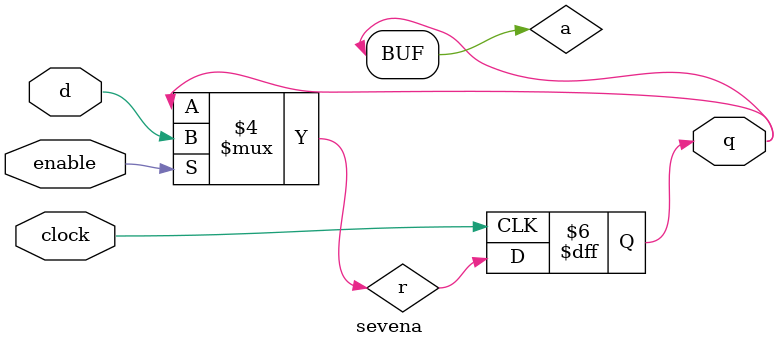
<source format=v>
module sevena(d,clock,enable,q);
 wire a;
  input d,clock,enable;
  output reg q;
  reg r;
  assign a=q;

  always@(*)
    begin
      if(enable)
       r=d;
      else
       r=a;
        end
    always@(posedge clock)
begin
      q<=r;

end
endmodule

</source>
